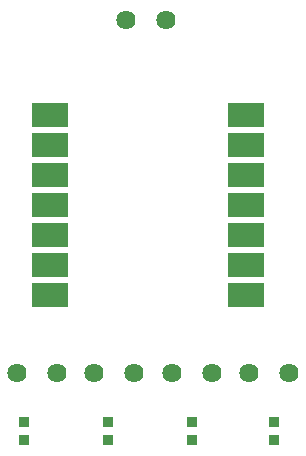
<source format=gts>
G04 Layer: TopSolderMaskLayer*
G04 EasyEDA v6.5.38, 2023-11-10 20:44:27*
G04 a2ce8b3098ff4e71ad7b38c7765d7841,93b1fbd85c6d4c91ac372c37b1ebbe7b,10*
G04 Gerber Generator version 0.2*
G04 Scale: 100 percent, Rotated: No, Reflected: No *
G04 Dimensions in millimeters *
G04 leading zeros omitted , absolute positions ,4 integer and 5 decimal *
%FSLAX45Y45*%
%MOMM*%

%AMMACRO1*1,1,$1,$2,$3*1,1,$1,$4,$5*1,1,$1,0-$2,0-$3*1,1,$1,0-$4,0-$5*20,1,$1,$2,$3,$4,$5,0*20,1,$1,$4,$5,0-$2,0-$3,0*20,1,$1,0-$2,0-$3,0-$4,0-$5,0*20,1,$1,0-$4,0-$5,$2,$3,0*4,1,4,$2,$3,$4,$5,0-$2,0-$3,0-$4,0-$5,$2,$3,0*%
%ADD10MACRO1,0.102X-1.5X1X1.5X1*%
%ADD11R,0.9656X0.9081*%
%ADD12C,1.6256*%

%LPD*%
D10*
G01*
X1369631Y4172003D03*
G01*
X1369631Y3918003D03*
G01*
X1369631Y3664003D03*
G01*
X1369631Y3410005D03*
G01*
X1369631Y3156005D03*
G01*
X1369631Y2902005D03*
G01*
X1369631Y2648005D03*
G01*
X3029623Y2648005D03*
G01*
X3029623Y2902005D03*
G01*
X3029623Y3156005D03*
G01*
X3029623Y3410005D03*
G01*
X3029623Y3664003D03*
G01*
X3029623Y3918003D03*
G01*
X3029623Y4172003D03*
D11*
G01*
X3263900Y1573936D03*
G01*
X3263900Y1423263D03*
G01*
X2565400Y1573936D03*
G01*
X2565400Y1423263D03*
G01*
X1854200Y1573936D03*
G01*
X1854200Y1423263D03*
G01*
X1143000Y1573936D03*
G01*
X1143000Y1423263D03*
D12*
G01*
X2346604Y4978400D03*
G01*
X2006600Y4978400D03*
G01*
X1426743Y1984400D03*
G01*
X1086764Y1984400D03*
G01*
X2082088Y1984400D03*
G01*
X1742109Y1984400D03*
G01*
X2737408Y1984400D03*
G01*
X2397404Y1984400D03*
G01*
X3392754Y1984400D03*
G01*
X3052749Y1984400D03*
M02*

</source>
